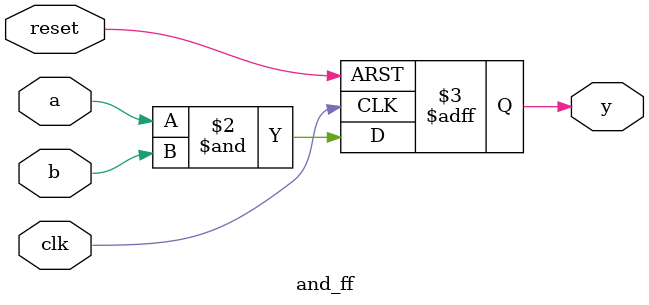
<source format=v>
module and_ff (
    input clk,
    input reset,
    input a,
    input b,
    output reg y
);
always @(posedge clk or posedge reset) begin
    if (reset)
        y <= 0;
    else
        y <= a & b;
end
endmodule

</source>
